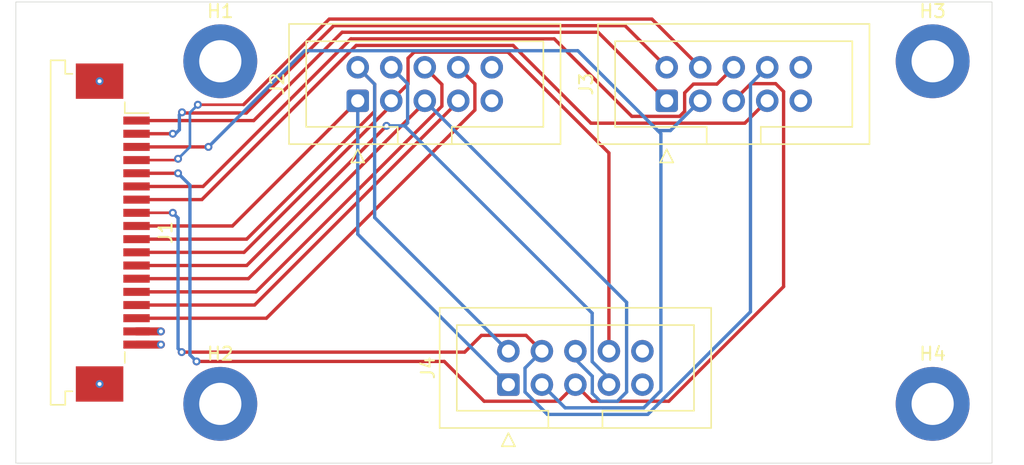
<source format=kicad_pcb>
(kicad_pcb (version 20240108) (generator "pcbnew") (generator_version "8.0")
  (layers (0 "F.Cu" signal) (1 "In1.Cu" power) (2 "In2.Cu" power) (31 "B.Cu" signal) (34 "B.Paste" user) (35 "F.Paste" user) (36 "B.SilkS" user "B.Silkscreen") (37 "F.SilkS" user "F.Silkscreen") (38 "B.Mask" user) (39 "F.Mask" user) (44 "Edge.Cuts" user))
  (net 0 "")
  (net 1 "/LCD_D4")
  (net 2 "/LCD_D5")
  (net 3 "/LCD_D7")
  (net 4 "/BEEPER")
  (net 5 "/LCD_RS")
  (net 6 "/LCD_EN")
  (net 7 "/BTN_ENC")
  (net 8 "/LCD_D6")
  (net 9 "/MISO")
  (net 10 "/SD_SS")
  (net 11 "/SD_DETECT")
  (net 12 "/SCK")
  (net 13 "/RESET")
  (net 14 "/MOSI")
  (net 15 "/BTN_EN1")
  (net 16 "/BTN_EN2")
  (net 18 "GND")
  (net 19 "+5V")
  (footprint "Connector_IDC:IDC-Header_2x05_P2.54mm_Vertical" (layer "F.Cu") (at 131.42 64.5 90)
    (property "Reference" "J2" (at 1.27 -6.1 90) (layer "F.SilkS"))
    (property "Value" "EXP1")
    (fp_line (start 5.83 -5.21) (end 5.83 15.37) (stroke (width 0.12)) (layer "F.SilkS"))
    (fp_line (start -3.29 -5.21) (end 5.83 -5.21) (stroke (width 0.12)) (layer "F.SilkS"))
    (fp_line (start 4.52 -3.91) (end 4.52 14.07) (stroke (width 0.12)) (layer "F.SilkS"))
    (fp_line (start -1.98 -3.91) (end 4.52 -3.91) (stroke (width 0.12)) (layer "F.SilkS"))
    (fp_line (start -4.68 -0.5) (end -4.68 0.5) (stroke (width 0.12)) (layer "F.SilkS"))
    (fp_line (start -3.68 0) (end -4.68 -0.5) (stroke (width 0.12)) (layer "F.SilkS"))
    (fp_line (start -4.68 0.5) (end -3.68 0) (stroke (width 0.12)) (layer "F.SilkS"))
    (fp_line (start -1.98 3.03) (end -1.98 -3.91) (stroke (width 0.12)) (layer "F.SilkS"))
    (fp_line (start -3.29 3.03) (end -1.98 3.03) (stroke (width 0.12)) (layer "F.SilkS"))
    (fp_line (start -1.98 7.13) (end -1.98 7.13) (stroke (width 0.12)) (layer "F.SilkS"))
    (fp_line (start -1.98 7.13) (end -3.29 7.13) (stroke (width 0.12)) (layer "F.SilkS"))
    (fp_line (start 4.52 14.07) (end -1.98 14.07) (stroke (width 0.12)) (layer "F.SilkS"))
    (fp_line (start -1.98 14.07) (end -1.98 7.13) (stroke (width 0.12)) (layer "F.SilkS"))
    (fp_line (start 5.83 15.37) (end -3.29 15.37) (stroke (width 0.12)) (layer "F.SilkS"))
    (fp_line (start -3.29 15.37) (end -3.29 -5.21) (stroke (width 0.12)) (layer "F.SilkS"))
    (pad "1" thru_hole roundrect (at 0 0 90) (size 1.7 1.7) (drill 1) (layers "*.Cu" "*.Mask") (roundrect_rratio 0.147059) (net 4 "/BEEPER"))
    (pad "2" thru_hole circle (at 2.54 0 90) (size 1.7 1.7) (drill 1) (layers "*.Cu" "*.Mask") (net 7 "/BTN_ENC"))
    (pad "3" thru_hole circle (at 0 2.54 90) (size 1.7 1.7) (drill 1) (layers "*.Cu" "*.Mask") (net 6 "/LCD_EN"))
    (pad "4" thru_hole circle (at 2.54 2.54 90) (size 1.7 1.7) (drill 1) (layers "*.Cu" "*.Mask") (net 5 "/LCD_RS"))
    (pad "5" thru_hole circle (at 0 5.08 90) (size 1.7 1.7) (drill 1) (layers "*.Cu" "*.Mask") (net 1 "/LCD_D4"))
    (pad "6" thru_hole circle (at 2.54 5.08 90) (size 1.7 1.7) (drill 1) (layers "*.Cu" "*.Mask") (net 2 "/LCD_D5"))
    (pad "7" thru_hole circle (at 0 7.62 90) (size 1.7 1.7) (drill 1) (layers "*.Cu" "*.Mask") (net 8 "/LCD_D6"))
    (pad "8" thru_hole circle (at 2.54 7.62 90) (size 1.7 1.7) (drill 1) (layers "*.Cu" "*.Mask") (net 3 "/LCD_D7"))
    (pad "9" thru_hole circle (at 0 10.16 90) (size 1.7 1.7) (drill 1) (layers "*.Cu" "*.Mask") (net 18 "GND"))
    (pad "10" thru_hole circle (at 2.54 10.16 90) (size 1.7 1.7) (drill 1) (layers "*.Cu" "*.Mask") (net 19 "+5V"))
  )
  (footprint "MountingHole:MountingHole_3.2mm_M3_DIN965_Pad" (layer "F.Cu") (at 121 61.5)
    (property "Reference" "H1" (at 0 -3.8 0) (layer "F.SilkS"))
    (property "Value" "MountingHole_Pad")
    (pad "1" thru_hole circle (at 0 0) (size 5.6 5.6) (drill 3.2) (layers "*.Cu" "*.Mask") (net 18 "GND"))
  )
  (footprint "Connector_IDC:IDC-Header_2x05_P2.54mm_Vertical" (layer "F.Cu") (at 142.84 86.04 90)
    (property "Reference" "J4" (at 1.27 -6.1 90) (layer "F.SilkS"))
    (property "Value" "EXP3")
    (fp_line (start 5.83 -5.21) (end 5.83 15.37) (stroke (width 0.12)) (layer "F.SilkS"))
    (fp_line (start -3.29 -5.21) (end 5.83 -5.21) (stroke (width 0.12)) (layer "F.SilkS"))
    (fp_line (start 4.52 -3.91) (end 4.52 14.07) (stroke (width 0.12)) (layer "F.SilkS"))
    (fp_line (start -1.98 -3.91) (end 4.52 -3.91) (stroke (width 0.12)) (layer "F.SilkS"))
    (fp_line (start -4.68 -0.5) (end -4.68 0.5) (stroke (width 0.12)) (layer "F.SilkS"))
    (fp_line (start -3.68 0) (end -4.68 -0.5) (stroke (width 0.12)) (layer "F.SilkS"))
    (fp_line (start -4.68 0.5) (end -3.68 0) (stroke (width 0.12)) (layer "F.SilkS"))
    (fp_line (start -1.98 3.03) (end -1.98 -3.91) (stroke (width 0.12)) (layer "F.SilkS"))
    (fp_line (start -3.29 3.03) (end -1.98 3.03) (stroke (width 0.12)) (layer "F.SilkS"))
    (fp_line (start -1.98 7.13) (end -1.98 7.13) (stroke (width 0.12)) (layer "F.SilkS"))
    (fp_line (start -1.98 7.13) (end -3.29 7.13) (stroke (width 0.12)) (layer "F.SilkS"))
    (fp_line (start 4.52 14.07) (end -1.98 14.07) (stroke (width 0.12)) (layer "F.SilkS"))
    (fp_line (start -1.98 14.07) (end -1.98 7.13) (stroke (width 0.12)) (layer "F.SilkS"))
    (fp_line (start 5.83 15.37) (end -3.29 15.37) (stroke (width 0.12)) (layer "F.SilkS"))
    (fp_line (start -3.29 15.37) (end -3.29 -5.21) (stroke (width 0.12)) (layer "F.SilkS"))
    (pad "1" thru_hole roundrect (at 0 0 90) (size 1.7 1.7) (drill 1) (layers "*.Cu" "*.Mask") (roundrect_rratio 0.147059) (net 4 "/BEEPER"))
    (pad "2" thru_hole circle (at 2.54 0 90) (size 1.7 1.7) (drill 1) (layers "*.Cu" "*.Mask") (net 7 "/BTN_ENC"))
    (pad "3" thru_hole circle (at 0 2.54 90) (size 1.7 1.7) (drill 1) (layers "*.Cu" "*.Mask") (net 15 "/BTN_EN1"))
    (pad "4" thru_hole circle (at 2.54 2.54 90) (size 1.7 1.7) (drill 1) (layers "*.Cu" "*.Mask") (net 13 "/RESET"))
    (pad "5" thru_hole circle (at 0 5.08 90) (size 1.7 1.7) (drill 1) (layers "*.Cu" "*.Mask") (net 16 "/BTN_EN2"))
    (pad "6" thru_hole circle (at 2.54 5.08 90) (size 1.7 1.7) (drill 1) (layers "*.Cu" "*.Mask") (net 1 "/LCD_D4"))
    (pad "7" thru_hole circle (at 0 7.62 90) (size 1.7 1.7) (drill 1) (layers "*.Cu" "*.Mask") (net 5 "/LCD_RS"))
    (pad "8" thru_hole circle (at 2.54 7.62 90) (size 1.7 1.7) (drill 1) (layers "*.Cu" "*.Mask") (net 6 "/LCD_EN"))
    (pad "9" thru_hole circle (at 0 10.16 90) (size 1.7 1.7) (drill 1) (layers "*.Cu" "*.Mask") (net 18 "GND"))
    (pad "10" thru_hole circle (at 2.54 10.16 90) (size 1.7 1.7) (drill 1) (layers "*.Cu" "*.Mask") (net 19 "+5V"))
  )
  (footprint "MountingHole:MountingHole_3.2mm_M3_DIN965_Pad" (layer "F.Cu") (at 175 61.5)
    (property "Reference" "H3" (at 0 -3.8 0) (layer "F.SilkS"))
    (property "Value" "MountingHole_Pad")
    (pad "1" thru_hole circle (at 0 0) (size 5.6 5.6) (drill 3.2) (layers "*.Cu" "*.Mask") (net 18 "GND"))
  )
  (footprint "MountingHole:MountingHole_3.2mm_M3_DIN965_Pad" (layer "F.Cu") (at 121 87.5)
    (property "Reference" "H2" (at 0 -3.8 0) (layer "F.SilkS"))
    (property "Value" "MountingHole_Pad")
    (pad "1" thru_hole circle (at 0 0) (size 5.6 5.6) (drill 3.2) (layers "*.Cu" "*.Mask") (net 18 "GND"))
  )
  (footprint "Connector_FFC-FPC:TE_1-84953-8_1x18-1MP_P1.0mm_Horizontal" (layer "F.Cu") (at 112.85 74.5 -90)
    (property "Reference" "J1" (at 0 -4 90) (layer "F.SilkS"))
    (property "Value" "FPC18")
    (fp_line (start -13.07 4.71) (end -13.07 3.6) (stroke (width 0.12)) (layer "F.SilkS"))
    (fp_line (start 13.07 4.71) (end -13.07 4.71) (stroke (width 0.12)) (layer "F.SilkS"))
    (fp_line (start -13.07 3.6) (end -12.045 3.6) (stroke (width 0.12)) (layer "F.SilkS"))
    (fp_line (start -12.045 3.6) (end -12.045 3.06) (stroke (width 0.12)) (layer "F.SilkS"))
    (fp_line (start 12.045 3.6) (end 13.07 3.6) (stroke (width 0.12)) (layer "F.SilkS"))
    (fp_line (start 13.07 3.6) (end 13.07 4.71) (stroke (width 0.12)) (layer "F.SilkS"))
    (fp_line (start 12.045 3.06) (end 12.045 3.6) (stroke (width 0.12)) (layer "F.SilkS"))
    (fp_line (start -9.89 -0.91) (end -9.065 -0.91) (stroke (width 0.12)) (layer "F.SilkS"))
    (fp_line (start -9.065 -0.91) (end -9.065 -2.71) (stroke (width 0.12)) (layer "F.SilkS"))
    (fp_line (start 9.065 -0.91) (end 9.89 -0.91) (stroke (width 0.12)) (layer "F.SilkS"))
    (pad "1" smd rect (at -8.5 -1.8 270) (size 0.61 2) (layers "F.Cu" "F.Paste" "F.Mask") (net 9 "/MISO"))
    (pad "2" smd rect (at -7.5 -1.8 270) (size 0.61 2) (layers "F.Cu" "F.Paste" "F.Mask") (net 12 "/SCK"))
    (pad "3" smd rect (at -6.5 -1.8 270) (size 0.61 2) (layers "F.Cu" "F.Paste" "F.Mask") (net 15 "/BTN_EN1"))
    (pad "4" smd rect (at -5.5 -1.8 270) (size 0.61 2) (layers "F.Cu" "F.Paste" "F.Mask") (net 10 "/SD_SS"))
    (pad "5" smd rect (at -4.5 -1.8 270) (size 0.61 2) (layers "F.Cu" "F.Paste" "F.Mask") (net 16 "/BTN_EN2"))
    (pad "6" smd rect (at -3.5 -1.8 270) (size 0.61 2) (layers "F.Cu" "F.Paste" "F.Mask") (net 14 "/MOSI"))
    (pad "7" smd rect (at -2.5 -1.8 270) (size 0.61 2) (layers "F.Cu" "F.Paste" "F.Mask") (net 11 "/SD_DETECT"))
    (pad "8" smd rect (at -1.5 -1.8 270) (size 0.61 2) (layers "F.Cu" "F.Paste" "F.Mask") (net 13 "/RESET"))
    (pad "9" smd rect (at -0.5 -1.8 270) (size 0.61 2) (layers "F.Cu" "F.Paste" "F.Mask") (net 4 "/BEEPER"))
    (pad "10" smd rect (at 0.5 -1.8 270) (size 0.61 2) (layers "F.Cu" "F.Paste" "F.Mask") (net 7 "/BTN_ENC"))
    (pad "11" smd rect (at 1.5 -1.8 270) (size 0.61 2) (layers "F.Cu" "F.Paste" "F.Mask") (net 6 "/LCD_EN"))
    (pad "12" smd rect (at 2.5 -1.8 270) (size 0.61 2) (layers "F.Cu" "F.Paste" "F.Mask") (net 5 "/LCD_RS"))
    (pad "13" smd rect (at 3.5 -1.8 270) (size 0.61 2) (layers "F.Cu" "F.Paste" "F.Mask") (net 1 "/LCD_D4"))
    (pad "14" smd rect (at 4.5 -1.8 270) (size 0.61 2) (layers "F.Cu" "F.Paste" "F.Mask") (net 2 "/LCD_D5"))
    (pad "15" smd rect (at 5.5 -1.8 270) (size 0.61 2) (layers "F.Cu" "F.Paste" "F.Mask") (net 8 "/LCD_D6"))
    (pad "16" smd rect (at 6.5 -1.8 270) (size 0.61 2) (layers "F.Cu" "F.Paste" "F.Mask") (net 3 "/LCD_D7"))
    (pad "17" smd rect (at 7.5 -1.8 270) (size 0.61 2) (layers "F.Cu" "F.Paste" "F.Mask") (net 18 "GND"))
    (pad "18" smd rect (at 8.5 -1.8 270) (size 0.61 2) (layers "F.Cu" "F.Paste" "F.Mask") (net 19 "+5V"))
    (pad "MP" smd rect (at -11.49 1 270) (size 2.68 3.6) (layers "F.Cu" "F.Paste" "F.Mask") (net 18 "GND"))
    (pad "MP" smd rect (at 11.49 1 270) (size 2.68 3.6) (layers "F.Cu" "F.Paste" "F.Mask") (net 18 "GND"))
  )
  (footprint "Connector_IDC:IDC-Header_2x05_P2.54mm_Vertical" (layer "F.Cu") (at 154.84 64.5 90)
    (property "Reference" "J3" (at 1.27 -6.1 90) (layer "F.SilkS"))
    (property "Value" "EXP2")
    (fp_line (start 5.83 -5.21) (end 5.83 15.37) (stroke (width 0.12)) (layer "F.SilkS"))
    (fp_line (start -3.29 -5.21) (end 5.83 -5.21) (stroke (width 0.12)) (layer "F.SilkS"))
    (fp_line (start 4.52 -3.91) (end 4.52 14.07) (stroke (width 0.12)) (layer "F.SilkS"))
    (fp_line (start -1.98 -3.91) (end 4.52 -3.91) (stroke (width 0.12)) (layer "F.SilkS"))
    (fp_line (start -4.68 -0.5) (end -4.68 0.5) (stroke (width 0.12)) (layer "F.SilkS"))
    (fp_line (start -3.68 0) (end -4.68 -0.5) (stroke (width 0.12)) (layer "F.SilkS"))
    (fp_line (start -4.68 0.5) (end -3.68 0) (stroke (width 0.12)) (layer "F.SilkS"))
    (fp_line (start -1.98 3.03) (end -1.98 -3.91) (stroke (width 0.12)) (layer "F.SilkS"))
    (fp_line (start -3.29 3.03) (end -1.98 3.03) (stroke (width 0.12)) (layer "F.SilkS"))
    (fp_line (start -1.98 7.13) (end -1.98 7.13) (stroke (width 0.12)) (layer "F.SilkS"))
    (fp_line (start -1.98 7.13) (end -3.29 7.13) (stroke (width 0.12)) (layer "F.SilkS"))
    (fp_line (start 4.52 14.07) (end -1.98 14.07) (stroke (width 0.12)) (layer "F.SilkS"))
    (fp_line (start -1.98 14.07) (end -1.98 7.13) (stroke (width 0.12)) (layer "F.SilkS"))
    (fp_line (start 5.83 15.37) (end -3.29 15.37) (stroke (width 0.12)) (layer "F.SilkS"))
    (fp_line (start -3.29 15.37) (end -3.29 -5.21) (stroke (width 0.12)) (layer "F.SilkS"))
    (pad "1" thru_hole roundrect (at 0 0 90) (size 1.7 1.7) (drill 1) (layers "*.Cu" "*.Mask") (roundrect_rratio 0.147059) (net 9 "/MISO"))
    (pad "2" thru_hole circle (at 2.54 0 90) (size 1.7 1.7) (drill 1) (layers "*.Cu" "*.Mask") (net 12 "/SCK"))
    (pad "3" thru_hole circle (at 0 2.54 90) (size 1.7 1.7) (drill 1) (layers "*.Cu" "*.Mask") (net 15 "/BTN_EN1"))
    (pad "4" thru_hole circle (at 2.54 2.54 90) (size 1.7 1.7) (drill 1) (layers "*.Cu" "*.Mask") (net 10 "/SD_SS"))
    (pad "5" thru_hole circle (at 0 5.08 90) (size 1.7 1.7) (drill 1) (layers "*.Cu" "*.Mask") (net 16 "/BTN_EN2"))
    (pad "6" thru_hole circle (at 2.54 5.08 90) (size 1.7 1.7) (drill 1) (layers "*.Cu" "*.Mask") (net 14 "/MOSI"))
    (pad "7" thru_hole circle (at 0 7.62 90) (size 1.7 1.7) (drill 1) (layers "*.Cu" "*.Mask") (net 11 "/SD_DETECT"))
    (pad "8" thru_hole circle (at 2.54 7.62 90) (size 1.7 1.7) (drill 1) (layers "*.Cu" "*.Mask") (net 13 "/RESET"))
    (pad "9" thru_hole circle (at 0 10.16 90) (size 1.7 1.7) (drill 1) (layers "*.Cu" "*.Mask") (net 18 "GND"))
    (pad "10" thru_hole circle (at 2.54 10.16 90) (size 1.7 1.7) (drill 1) (layers "*.Cu" "*.Mask"))
  )
  (footprint "MountingHole:MountingHole_3.2mm_M3_DIN965_Pad" (layer "F.Cu") (at 175 87.5)
    (property "Reference" "H4" (at 0 -3.8 0) (layer "F.SilkS"))
    (property "Value" "MountingHole_Pad")
    (pad "1" thru_hole circle (at 0 0) (size 5.6 5.6) (drill 3.2) (layers "*.Cu" "*.Mask") (net 18 "GND"))
  )
  (gr_rect (start 105.5 57) (end 179.5 92) (stroke (width 0.05)) (fill none) (layer "Edge.Cuts"))
  (segment (start 136.5 64.5) (end 136.5 64.6294) (width 0.254) (layer "F.Cu") (net 1))
  (segment (start 136.5 64.6294) (end 123.1294 78) (width 0.254) (layer "F.Cu") (net 1))
  (segment (start 123.1294 78) (end 114.65 78) (width 0.254) (layer "F.Cu") (net 1))
  (segment (start 149.8 87.3) (end 149.2 86.7) (width 0.254) (layer "B.Cu") (net 1))
  (segment (start 151.1 87.3) (end 149.8 87.3) (width 0.254) (layer "B.Cu") (net 1))
  (segment (start 136.5 64.5) (end 151.8 79.8) (width 0.254) (layer "B.Cu") (net 1))
  (segment (start 147.92 84.12) (end 147.92 83.5) (width 0.254) (layer "B.Cu") (net 1))
  (segment (start 149.2 86.7) (end 149.2 85.4) (width 0.254) (layer "B.Cu") (net 1))
  (segment (start 151.8 86.6) (end 151.1 87.3) (width 0.254) (layer "B.Cu") (net 1))
  (segment (start 149.2 85.4) (end 147.92 84.12) (width 0.254) (layer "B.Cu") (net 1))
  (segment (start 151.8 79.8) (end 151.8 86.6) (width 0.254) (layer "B.Cu") (net 1))
  (segment (start 137.8 64.9056) (end 123.7056 79) (width 0.254) (layer "F.Cu") (net 2))
  (segment (start 137.8 63.26) (end 137.8 64.9056) (width 0.254) (layer "F.Cu") (net 2))
  (segment (start 136.5 61.96) (end 137.8 63.26) (width 0.254) (layer "F.Cu") (net 2))
  (segment (start 123.7056 79) (end 114.65 79) (width 0.254) (layer "F.Cu") (net 2))
  (segment (start 124.5 81) (end 114.65 81) (width 0.254) (layer "F.Cu") (net 3))
  (segment (start 140.3 65.2) (end 124.5 81) (width 0.254) (layer "F.Cu") (net 3))
  (segment (start 139.04 61.96) (end 140.3 63.22) (width 0.254) (layer "F.Cu") (net 3))
  (segment (start 140.3 63.22) (end 140.3 65.2) (width 0.254) (layer "F.Cu") (net 3))
  (segment (start 121.92 74) (end 114.65 74) (width 0.254) (layer "F.Cu") (net 4))
  (segment (start 131.42 64.5) (end 121.92 74) (width 0.254) (layer "F.Cu") (net 4))
  (segment (start 131.42 64.5) (end 131.42 74.62) (width 0.254) (layer "B.Cu") (net 4))
  (segment (start 131.42 74.62) (end 142.84 86.04) (width 0.254) (layer "B.Cu") (net 4))
  (segment (start 133.6 66.4) (end 123 77) (width 0.254) (layer "F.Cu") (net 5))
  (segment (start 123 77) (end 114.65 77) (width 0.254) (layer "F.Cu") (net 5))
  (via (at 133.6 66.4) (size 0.6) (drill 0.3) (layers "F.Cu" "B.Cu") (net 5))
  (segment (start 150.46 85.56) (end 150.46 86.04) (width 0.254) (layer "B.Cu") (net 5))
  (segment (start 135.2 66.1752) (end 134.9752 66.4) (width 0.254) (layer "B.Cu") (net 5))
  (segment (start 133.96 61.96) (end 135.2 63.2) (width 0.254) (layer "B.Cu") (net 5))
  (segment (start 149.19 84.29) (end 150.46 85.56) (width 0.254) (layer "B.Cu") (net 5))
  (segment (start 134.9752 66.4) (end 149.19 80.6148) (width 0.254) (layer "B.Cu") (net 5))
  (segment (start 135.2 63.2) (end 135.2 66.1752) (width 0.254) (layer "B.Cu") (net 5))
  (segment (start 133.6 66.4) (end 134.9752 66.4) (width 0.254) (layer "B.Cu") (net 5))
  (segment (start 149.19 80.6148) (end 149.19 84.29) (width 0.254) (layer "B.Cu") (net 5))
  (segment (start 135.6917 60.8083) (end 142.8083 60.8083) (width 0.254) (layer "F.Cu") (net 6))
  (segment (start 133.96 64.84) (end 133.96 64.5) (width 0.254) (layer "F.Cu") (net 6))
  (segment (start 142.8083 60.8083) (end 150.46 68.46) (width 0.254) (layer "F.Cu") (net 6))
  (segment (start 133.96 64.5) (end 135.232163 63.227837) (width 0.254) (layer "F.Cu") (net 6))
  (segment (start 114.65 76) (end 122.8 76) (width 0.254) (layer "F.Cu") (net 6))
  (segment (start 135.232163 63.227837) (end 135.232163 61.267837) (width 0.254) (layer "F.Cu") (net 6))
  (segment (start 122.8 76) (end 133.96 64.84) (width 0.254) (layer "F.Cu") (net 6))
  (segment (start 150.46 68.46) (end 150.46 83.5) (width 0.254) (layer "F.Cu") (net 6))
  (segment (start 135.232163 61.267837) (end 135.6917 60.8083) (width 0.254) (layer "F.Cu") (net 6))
  (segment (start 123 75) (end 114.65 75) (width 0.254) (layer "F.Cu") (net 7))
  (segment (start 132.7 65.3) (end 123 75) (width 0.254) (layer "F.Cu") (net 7))
  (segment (start 131.42 61.96) (end 132.7 63.24) (width 0.254) (layer "F.Cu") (net 7))
  (segment (start 132.7 63.24) (end 132.7 65.3) (width 0.254) (layer "F.Cu") (net 7))
  (segment (start 132.7 63.24) (end 132.7 73.36) (width 0.254) (layer "B.Cu") (net 7))
  (segment (start 132.7 73.36) (end 142.84 83.5) (width 0.254) (layer "B.Cu") (net 7))
  (segment (start 131.42 61.96) (end 132.7 63.24) (width 0.254) (layer "B.Cu") (net 7))
  (segment (start 123.6 80) (end 114.65 80) (width 0.254) (layer "F.Cu") (net 8))
  (segment (start 139.04 64.5) (end 139.04 64.56) (width 0.254) (layer "F.Cu") (net 8))
  (segment (start 139.04 64.56) (end 123.6 80) (width 0.254) (layer "F.Cu") (net 8))
  (segment (start 149.64 59.3) (end 154.84 64.5) (width 0.254) (layer "F.Cu") (net 9))
  (segment (start 130.2338 59.3) (end 149.64 59.3) (width 0.254) (layer "F.Cu") (net 9))
  (segment (start 114.65 66) (end 123.5338 66) (width 0.254) (layer "F.Cu") (net 9))
  (segment (start 123.5338 66) (end 130.2338 59.3) (width 0.254) (layer "F.Cu") (net 9))
  (segment (start 119.3 64.8) (end 122.7583 64.8) (width 0.2) (layer "F.Cu") (net 10))
  (segment (start 122.7583 64.8) (end 122.773 64.7853) (width 0.2) (layer "F.Cu") (net 10))
  (segment (start 129.2583 58.3) (end 153.72 58.3) (width 0.254) (layer "F.Cu") (net 10))
  (segment (start 114.65 69) (end 117.7 69) (width 0.2) (layer "F.Cu") (net 10))
  (segment (start 153.72 58.3) (end 157.38 61.96) (width 0.254) (layer "F.Cu") (net 10))
  (segment (start 117.7 69) (end 117.8 68.9) (width 0.2) (layer "F.Cu") (net 10))
  (segment (start 122.773 64.7853) (end 129.2583 58.3) (width 0.254) (layer "F.Cu") (net 10))
  (via (at 119.3 64.8) (size 0.6) (drill 0.3) (layers "F.Cu" "B.Cu") (net 10))
  (via (at 117.8 68.9) (size 0.6) (drill 0.3) (layers "F.Cu" "B.Cu") (net 10))
  (segment (start 118.7 68) (end 118.7 65.4) (width 0.2) (layer "B.Cu") (net 10))
  (segment (start 117.8 68.9) (end 118.7 68) (width 0.2) (layer "B.Cu") (net 10))
  (segment (start 118.7 65.4) (end 119.3 64.8) (width 0.2) (layer "B.Cu") (net 10))
  (segment (start 143.1999 60.3) (end 149.0999 66.2) (width 0.254) (layer "F.Cu") (net 11))
  (segment (start 131.3 60.3) (end 143.1999 60.3) (width 0.254) (layer "F.Cu") (net 11))
  (segment (start 114.65 72) (end 119.6 72) (width 0.254) (layer "F.Cu") (net 11))
  (segment (start 149.0999 66.2) (end 160.76 66.2) (width 0.254) (layer "F.Cu") (net 11))
  (segment (start 160.76 66.2) (end 162.46 64.5) (width 0.254) (layer "F.Cu") (net 11))
  (segment (start 119.6 72) (end 131.3 60.3) (width 0.254) (layer "F.Cu") (net 11))
  (segment (start 118.154 65.427) (end 122.9708 65.427) (width 0.254) (layer "F.Cu") (net 12))
  (segment (start 118.1 65.373) (end 118.154 65.427) (width 0.254) (layer "F.Cu") (net 12))
  (segment (start 122.9708 65.427) (end 129.5978 58.8) (width 0.254) (layer "F.Cu") (net 12))
  (segment (start 129.5978 58.8) (end 151.68 58.8) (width 0.254) (layer "F.Cu") (net 12))
  (segment (start 114.65 67) (end 117.4 67) (width 0.254) (layer "F.Cu") (net 12))
  (segment (start 151.68 58.8) (end 154.84 61.96) (width 0.254) (layer "F.Cu") (net 12))
  (via (at 118.1 65.373) (size 0.6) (drill 0.3) (layers "F.Cu" "B.Cu") (net 12))
  (via (at 117.4 67) (size 0.6) (drill 0.3) (layers "F.Cu" "B.Cu") (net 12))
  (segment (start 117.9 66.7) (end 117.9 65.573) (width 0.254) (layer "B.Cu") (net 12))
  (segment (start 117.6 67) (end 117.9 66.7) (width 0.254) (layer "B.Cu") (net 12))
  (segment (start 117.9 65.573) (end 118.1 65.373) (width 0.254) (layer "B.Cu") (net 12))
  (segment (start 117.4 67) (end 117.6 67) (width 0.254) (layer "B.Cu") (net 12))
  (segment (start 139.527 83.573) (end 140.8 82.3) (width 0.254) (layer "F.Cu") (net 13))
  (segment (start 140.8 82.3) (end 144.18 82.3) (width 0.254) (layer "F.Cu") (net 13))
  (segment (start 118.073 83.573) (end 139.527 83.573) (width 0.254) (layer "F.Cu") (net 13))
  (segment (start 114.65 73) (end 117.4 73) (width 0.2) (layer "F.Cu") (net 13))
  (segment (start 144.18 82.3) (end 145.38 83.5) (width 0.254) (layer "F.Cu") (net 13))
  (via (at 118.073 83.573) (size 0.6) (drill 0.3) (layers "F.Cu" "B.Cu") (net 13))
  (via (at 117.4 73) (size 0.6) (drill 0.3) (layers "F.Cu" "B.Cu") (net 13))
  (segment (start 153.4 88.3) (end 161.19 80.51) (width 0.254) (layer "B.Cu") (net 13))
  (segment (start 144.1 86.6) (end 145.8 88.3) (width 0.254) (layer "B.Cu") (net 13))
  (segment (start 161.19 63.23) (end 162.46 61.96) (width 0.254) (layer "B.Cu") (net 13))
  (segment (start 117.4 73) (end 117.8 73.4) (width 0.254) (layer "B.Cu") (net 13))
  (segment (start 145.8 88.3) (end 153.4 88.3) (width 0.254) (layer "B.Cu") (net 13))
  (segment (start 161.19 80.51) (end 161.19 63.23) (width 0.254) (layer "B.Cu") (net 13))
  (segment (start 144.1 84.78) (end 144.1 86.6) (width 0.254) (layer "B.Cu") (net 13))
  (segment (start 117.8 83.3) (end 118.073 83.573) (width 0.254) (layer "B.Cu") (net 13))
  (segment (start 117.8 73.4) (end 117.8 83.3) (width 0.254) (layer "B.Cu") (net 13))
  (segment (start 145.38 83.5) (end 144.1 84.78) (width 0.254) (layer "B.Cu") (net 13))
  (segment (start 114.65 71) (end 119.7 71) (width 0.254) (layer "F.Cu") (net 14))
  (segment (start 155.8184 65.6816) (end 156.2 65.3) (width 0.254) (layer "F.Cu") (net 14))
  (segment (start 146.3169 59.8) (end 152.1985 65.6816) (width 0.254) (layer "F.Cu") (net 14))
  (segment (start 156.2 63.8983) (end 156.8683 63.23) (width 0.254) (layer "F.Cu") (net 14))
  (segment (start 152.1985 65.6816) (end 155.8184 65.6816) (width 0.254) (layer "F.Cu") (net 14))
  (segment (start 158.65 63.23) (end 159.92 61.96) (width 0.254) (layer "F.Cu") (net 14))
  (segment (start 156.2 65.3) (end 156.2 63.8983) (width 0.254) (layer "F.Cu") (net 14))
  (segment (start 119.7 71) (end 130.9 59.8) (width 0.254) (layer "F.Cu") (net 14))
  (segment (start 130.9 59.8) (end 146.3169 59.8) (width 0.254) (layer "F.Cu") (net 14))
  (segment (start 156.8683 63.23) (end 158.65 63.23) (width 0.254) (layer "F.Cu") (net 14))
  (segment (start 114.65 68) (end 119.0787 68) (width 0.254) (layer "F.Cu") (net 15))
  (segment (start 119.1664 68) (end 120.1 68) (width 0.254) (layer "F.Cu") (net 15))
  (via (at 120.1 68) (size 0.6) (drill 0.3) (layers "F.Cu" "B.Cu") (net 15))
  (segment (start 127.4 60.7) (end 120.1 68) (width 0.254) (layer "B.Cu") (net 15))
  (segment (start 154.1605 66.7595) (end 154.4 66.999) (width 0.254) (layer "B.Cu") (net 15))
  (segment (start 148.101 60.7) (end 127.4 60.7) (width 0.254) (layer "B.Cu") (net 15))
  (segment (start 154.1605 66.7595) (end 148.101 60.7) (width 0.254) (layer "B.Cu") (net 15))
  (segment (start 154.4 86.5) (end 153.1 87.8) (width 0.254) (layer "B.Cu") (net 15))
  (segment (start 157.38 64.5) (end 155.1205 66.7595) (width 0.254) (layer "B.Cu") (net 15))
  (segment (start 147.14 87.8) (end 145.38 86.04) (width 0.254) (layer "B.Cu") (net 15))
  (segment (start 155.1205 66.7595) (end 154.1605 66.7595) (width 0.254) (layer "B.Cu") (net 15))
  (segment (start 154.4 66.999) (end 154.4 86.5) (width 0.254) (layer "B.Cu") (net 15))
  (segment (start 153.1 87.8) (end 147.14 87.8) (width 0.254) (layer "B.Cu") (net 15))
  (segment (start 141 87.3) (end 146.66 87.3) (width 0.254) (layer "F.Cu") (net 16))
  (segment (start 163.1 63.2) (end 161.22 63.2) (width 0.254) (layer "F.Cu") (net 16))
  (segment (start 163.7 78.6) (end 163.7 63.8) (width 0.254) (layer "F.Cu") (net 16))
  (segment (start 117.8 70) (end 114.65 70) (width 0.254) (layer "F.Cu") (net 16))
  (segment (start 149.18 87.3) (end 155 87.3) (width 0.254) (layer "F.Cu") (net 16))
  (segment (start 146.66 87.3) (end 147.92 86.04) (width 0.254) (layer "F.Cu") (net 16))
  (segment (start 163.7 63.8) (end 163.1 63.2) (width 0.254) (layer "F.Cu") (net 16))
  (segment (start 117.8 70) (end 117.7 69.9) (width 0.254) (layer "F.Cu") (net 16))
  (segment (start 119.2 84.2797) (end 137.9797 84.2797) (width 0.254) (layer "F.Cu") (net 16))
  (segment (start 155 87.3) (end 163.7 78.6) (width 0.254) (layer "F.Cu") (net 16))
  (segment (start 137.9797 84.2797) (end 141 87.3) (width 0.254) (layer "F.Cu") (net 16))
  (segment (start 147.92 86.04) (end 149.18 87.3) (width 0.254) (layer "F.Cu") (net 16))
  (segment (start 161.22 63.2) (end 159.92 64.5) (width 0.254) (layer "F.Cu") (net 16))
  (via (at 117.8 70) (size 0.6) (drill 0.3) (layers "F.Cu" "B.Cu") (net 16))
  (via (at 119.2 84.2797) (size 0.6) (drill 0.3) (layers "F.Cu" "B.Cu") (net 16))
  (segment (start 117.8 70) (end 118.7 70.9) (width 0.254) (layer "B.Cu") (net 16))
  (segment (start 118.7 70.9) (end 118.7 83.7797) (width 0.254) (layer "B.Cu") (net 16))
  (segment (start 118.7 83.7797) (end 119.2 84.2797) (width 0.254) (layer "B.Cu") (net 16))
  (segment (start 114.65 82) (end 116.5 82) (width 0.6096) (layer "F.Cu") (net 18))
  (segment (start 111.85 85.99) (end 111.75 85.89) (width 0.254) (layer "F.Cu") (net 18))
  (via (at 116.5 82) (size 0.6) (drill 0.3) (layers "F.Cu" "B.Cu") (net 18))
  (via (at 111.85 85.99) (size 0.6) (drill 0.3) (layers "F.Cu" "B.Cu") (net 18))
  (via (at 111.85 63.01) (size 0.6) (drill 0.3) (layers "F.Cu" "B.Cu") (net 18))
  (segment (start 114.65 83) (end 116.5 83) (width 0.6096) (layer "F.Cu") (net 19))
  (via (at 116.5 83) (size 0.6) (drill 0.3) (layers "F.Cu" "B.Cu") (net 19))
)
</source>
